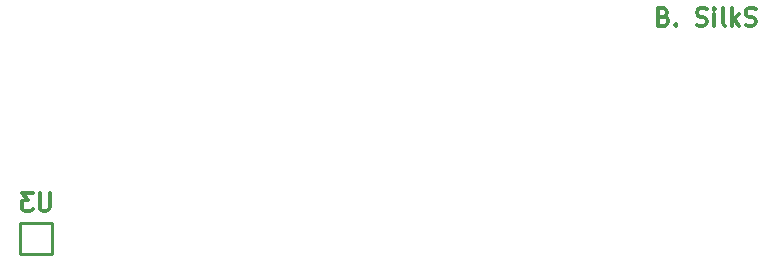
<source format=gbo>
G04 (created by PCBNEW (2013-07-07 BZR 4022)-stable) date 18/09/2013 13:21:15*
%MOIN*%
G04 Gerber Fmt 3.4, Leading zero omitted, Abs format*
%FSLAX34Y34*%
G01*
G70*
G90*
G04 APERTURE LIST*
%ADD10C,0.00590551*%
%ADD11C,0.011811*%
%ADD12C,0.0098*%
%ADD13C,0.012*%
%ADD14C,0.0758425*%
%ADD15R,0.0216425X0.0354425*%
%ADD16C,0.246063*%
%ADD17C,0.153543*%
%ADD18C,0.0689425*%
%ADD19C,0.0964567*%
G04 APERTURE END LIST*
G54D10*
G54D11*
X45351Y-11110D02*
X45435Y-11138D01*
X45464Y-11167D01*
X45492Y-11223D01*
X45492Y-11307D01*
X45464Y-11363D01*
X45435Y-11392D01*
X45379Y-11420D01*
X45154Y-11420D01*
X45154Y-10829D01*
X45351Y-10829D01*
X45407Y-10857D01*
X45435Y-10885D01*
X45464Y-10942D01*
X45464Y-10998D01*
X45435Y-11054D01*
X45407Y-11082D01*
X45351Y-11110D01*
X45154Y-11110D01*
X45745Y-11363D02*
X45773Y-11392D01*
X45745Y-11420D01*
X45717Y-11392D01*
X45745Y-11363D01*
X45745Y-11420D01*
X46448Y-11392D02*
X46532Y-11420D01*
X46673Y-11420D01*
X46729Y-11392D01*
X46757Y-11363D01*
X46785Y-11307D01*
X46785Y-11251D01*
X46757Y-11195D01*
X46729Y-11167D01*
X46673Y-11138D01*
X46560Y-11110D01*
X46504Y-11082D01*
X46476Y-11054D01*
X46448Y-10998D01*
X46448Y-10942D01*
X46476Y-10885D01*
X46504Y-10857D01*
X46560Y-10829D01*
X46701Y-10829D01*
X46785Y-10857D01*
X47038Y-11420D02*
X47038Y-11026D01*
X47038Y-10829D02*
X47010Y-10857D01*
X47038Y-10885D01*
X47066Y-10857D01*
X47038Y-10829D01*
X47038Y-10885D01*
X47404Y-11420D02*
X47348Y-11392D01*
X47320Y-11335D01*
X47320Y-10829D01*
X47629Y-11420D02*
X47629Y-10829D01*
X47685Y-11195D02*
X47854Y-11420D01*
X47854Y-11026D02*
X47629Y-11251D01*
X48079Y-11392D02*
X48163Y-11420D01*
X48304Y-11420D01*
X48360Y-11392D01*
X48388Y-11363D01*
X48416Y-11307D01*
X48416Y-11251D01*
X48388Y-11195D01*
X48360Y-11167D01*
X48304Y-11138D01*
X48191Y-11110D01*
X48135Y-11082D01*
X48107Y-11054D01*
X48079Y-10998D01*
X48079Y-10942D01*
X48107Y-10885D01*
X48135Y-10857D01*
X48191Y-10829D01*
X48332Y-10829D01*
X48416Y-10857D01*
G54D12*
X24944Y-17999D02*
X24944Y-19034D01*
X24944Y-19034D02*
X23889Y-19034D01*
X23889Y-19034D02*
X23889Y-18007D01*
X23893Y-17991D02*
X24944Y-17991D01*
G54D13*
X24886Y-16985D02*
X24886Y-17471D01*
X24858Y-17528D01*
X24829Y-17557D01*
X24772Y-17585D01*
X24658Y-17585D01*
X24600Y-17557D01*
X24572Y-17528D01*
X24543Y-17471D01*
X24543Y-16985D01*
X24315Y-16985D02*
X23943Y-16985D01*
X24143Y-17214D01*
X24058Y-17214D01*
X24000Y-17242D01*
X23972Y-17271D01*
X23943Y-17328D01*
X23943Y-17471D01*
X23972Y-17528D01*
X24000Y-17557D01*
X24058Y-17585D01*
X24229Y-17585D01*
X24286Y-17557D01*
X24315Y-17528D01*
%LPC*%
G54D11*
X45365Y-13000D02*
X45449Y-13028D01*
X45478Y-13056D01*
X45506Y-13113D01*
X45506Y-13197D01*
X45478Y-13253D01*
X45449Y-13281D01*
X45393Y-13309D01*
X45168Y-13309D01*
X45168Y-12719D01*
X45365Y-12719D01*
X45421Y-12747D01*
X45449Y-12775D01*
X45478Y-12831D01*
X45478Y-12888D01*
X45449Y-12944D01*
X45421Y-12972D01*
X45365Y-13000D01*
X45168Y-13000D01*
X45759Y-13253D02*
X45787Y-13281D01*
X45759Y-13309D01*
X45731Y-13281D01*
X45759Y-13253D01*
X45759Y-13309D01*
X46490Y-13309D02*
X46490Y-12719D01*
X46687Y-13141D01*
X46884Y-12719D01*
X46884Y-13309D01*
X47418Y-13309D02*
X47418Y-13000D01*
X47390Y-12944D01*
X47334Y-12916D01*
X47221Y-12916D01*
X47165Y-12944D01*
X47418Y-13281D02*
X47362Y-13309D01*
X47221Y-13309D01*
X47165Y-13281D01*
X47137Y-13225D01*
X47137Y-13169D01*
X47165Y-13113D01*
X47221Y-13084D01*
X47362Y-13084D01*
X47418Y-13056D01*
X47671Y-13281D02*
X47727Y-13309D01*
X47840Y-13309D01*
X47896Y-13281D01*
X47924Y-13225D01*
X47924Y-13197D01*
X47896Y-13141D01*
X47840Y-13113D01*
X47755Y-13113D01*
X47699Y-13084D01*
X47671Y-13028D01*
X47671Y-13000D01*
X47699Y-12944D01*
X47755Y-12916D01*
X47840Y-12916D01*
X47896Y-12944D01*
X48177Y-13309D02*
X48177Y-12719D01*
X48233Y-13084D02*
X48402Y-13309D01*
X48402Y-12916D02*
X48177Y-13141D01*
G54D14*
X38082Y-21259D03*
X39082Y-21259D03*
X35326Y-21259D03*
X36326Y-21259D03*
X32570Y-21259D03*
X33570Y-21259D03*
X29814Y-21259D03*
X30814Y-21259D03*
G54D15*
X24704Y-18731D03*
X24507Y-18731D03*
X24310Y-18731D03*
X24113Y-18731D03*
X24113Y-18278D03*
X24310Y-18278D03*
X24507Y-18278D03*
X24704Y-18278D03*
G54D16*
X6692Y-6692D03*
X6692Y-22440D03*
X42125Y-22440D03*
X42125Y-6692D03*
G54D17*
X17972Y-7086D03*
X22972Y-7086D03*
G54D18*
X19066Y-8086D03*
X19468Y-8787D03*
X19870Y-8086D03*
X20271Y-8787D03*
X20673Y-8086D03*
X21074Y-8787D03*
X21476Y-8086D03*
X21877Y-8787D03*
G54D19*
X17271Y-8437D03*
X23673Y-8437D03*
G54D17*
X26909Y-22047D03*
X21909Y-22047D03*
G54D18*
X25814Y-21047D03*
X25413Y-20346D03*
X25011Y-21047D03*
X24610Y-20346D03*
X24208Y-21047D03*
X23807Y-20346D03*
X23405Y-21047D03*
X23003Y-20346D03*
G54D19*
X27610Y-20696D03*
X21208Y-20696D03*
G54D17*
X10098Y-7086D03*
X15098Y-7086D03*
G54D18*
X11192Y-8086D03*
X11594Y-8787D03*
X11996Y-8086D03*
X12397Y-8787D03*
X12799Y-8086D03*
X13200Y-8787D03*
X13602Y-8086D03*
X14003Y-8787D03*
G54D19*
X9397Y-8437D03*
X15799Y-8437D03*
G54D17*
X33720Y-7086D03*
X38720Y-7086D03*
G54D18*
X34814Y-8086D03*
X35216Y-8787D03*
X35618Y-8086D03*
X36019Y-8787D03*
X36421Y-8086D03*
X36822Y-8787D03*
X37224Y-8086D03*
X37625Y-8787D03*
G54D19*
X33019Y-8437D03*
X39421Y-8437D03*
G54D17*
X25846Y-7086D03*
X30846Y-7086D03*
G54D18*
X26940Y-8086D03*
X27342Y-8787D03*
X27744Y-8086D03*
X28145Y-8787D03*
X28547Y-8086D03*
X28948Y-8787D03*
X29350Y-8086D03*
X29751Y-8787D03*
G54D19*
X25145Y-8437D03*
X31547Y-8437D03*
M02*

</source>
